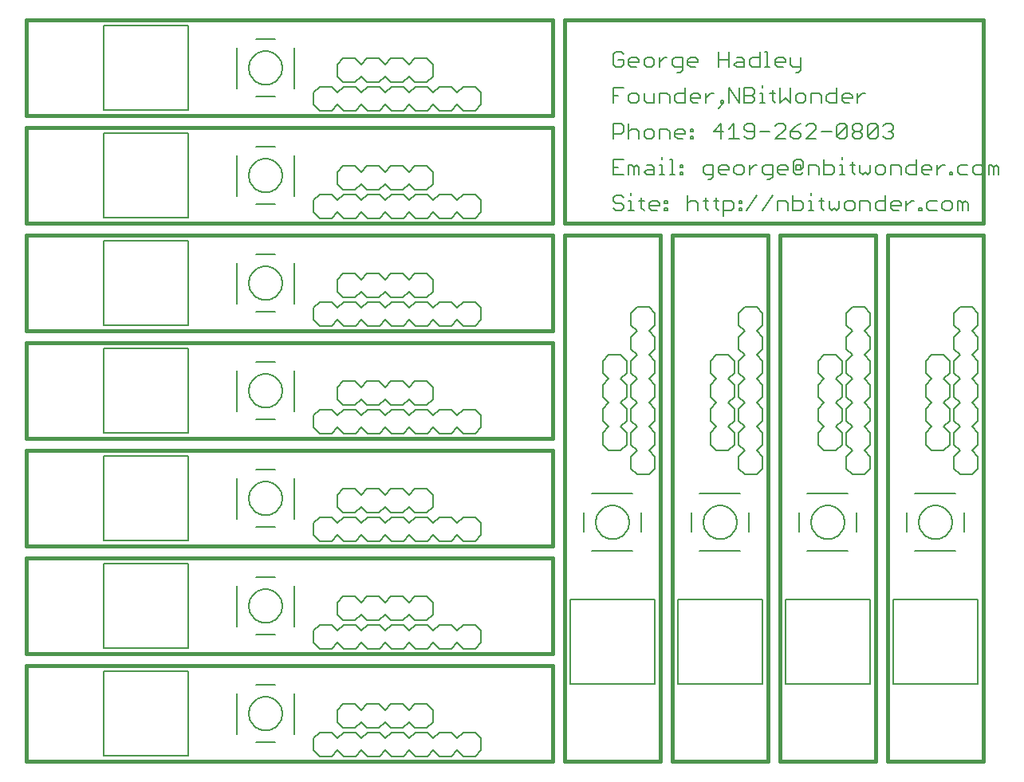
<source format=gto>
G75*
G70*
%OFA0B0*%
%FSLAX24Y24*%
%IPPOS*%
%LPD*%
%AMOC8*
5,1,8,0,0,1.08239X$1,22.5*
%
%ADD10C,0.0160*%
%ADD11C,0.0060*%
%ADD12C,0.0070*%
%ADD13C,0.0080*%
%ADD14C,0.0050*%
D10*
X000181Y000181D02*
X022181Y000181D01*
X022181Y004181D01*
X000181Y004181D01*
X000181Y000181D01*
X000181Y004681D02*
X022181Y004681D01*
X022181Y008681D01*
X000181Y008681D01*
X000181Y004681D01*
X000181Y009181D02*
X022181Y009181D01*
X022181Y013181D01*
X000181Y013181D01*
X000181Y009181D01*
X000181Y013681D02*
X000181Y017681D01*
X022181Y017681D01*
X022181Y013681D01*
X000181Y013681D01*
X000181Y018181D02*
X022181Y018181D01*
X022181Y022181D01*
X000181Y022181D01*
X000181Y018181D01*
X000181Y022681D02*
X022181Y022681D01*
X022181Y026681D01*
X000181Y026681D01*
X000181Y022681D01*
X000181Y027181D02*
X022181Y027181D01*
X022181Y031181D01*
X000181Y031181D01*
X000181Y027181D01*
X022681Y031181D02*
X022681Y022681D01*
X040181Y022681D01*
X040181Y031181D01*
X022681Y031181D01*
X022681Y022181D02*
X022681Y000181D01*
X026681Y000181D01*
X026681Y022181D01*
X022681Y022181D01*
X027181Y022181D02*
X031181Y022181D01*
X031181Y000181D01*
X027181Y000181D01*
X027181Y022181D01*
X031681Y022181D02*
X035681Y022181D01*
X035681Y000181D01*
X031681Y000181D01*
X031681Y022181D01*
X036181Y022181D02*
X036181Y000181D01*
X040181Y000181D01*
X040181Y022181D01*
X036181Y022181D01*
D11*
X036095Y023211D02*
X035775Y023211D01*
X035668Y023318D01*
X035668Y023532D01*
X035775Y023638D01*
X036095Y023638D01*
X036095Y023852D02*
X036095Y023211D01*
X036313Y023318D02*
X036313Y023532D01*
X036420Y023638D01*
X036633Y023638D01*
X036740Y023532D01*
X036740Y023425D01*
X036313Y023425D01*
X036313Y023318D02*
X036420Y023211D01*
X036633Y023211D01*
X036957Y023211D02*
X036957Y023638D01*
X036957Y023425D02*
X037171Y023638D01*
X037278Y023638D01*
X037494Y023318D02*
X037601Y023318D01*
X037601Y023211D01*
X037494Y023211D01*
X037494Y023318D01*
X037817Y023318D02*
X037817Y023532D01*
X037923Y023638D01*
X038244Y023638D01*
X038461Y023532D02*
X038461Y023318D01*
X038568Y023211D01*
X038781Y023211D01*
X038888Y023318D01*
X038888Y023532D01*
X038781Y023638D01*
X038568Y023638D01*
X038461Y023532D01*
X038244Y023211D02*
X037923Y023211D01*
X037817Y023318D01*
X039106Y023211D02*
X039106Y023638D01*
X039213Y023638D01*
X039319Y023532D01*
X039426Y023638D01*
X039533Y023532D01*
X039533Y023211D01*
X039319Y023211D02*
X039319Y023532D01*
X035451Y023532D02*
X035451Y023211D01*
X035451Y023532D02*
X035344Y023638D01*
X035024Y023638D01*
X035024Y023211D01*
X034806Y023318D02*
X034806Y023532D01*
X034700Y023638D01*
X034486Y023638D01*
X034379Y023532D01*
X034379Y023318D01*
X034486Y023211D01*
X034700Y023211D01*
X034806Y023318D01*
X034162Y023318D02*
X034162Y023638D01*
X034162Y023318D02*
X034055Y023211D01*
X033948Y023318D01*
X033841Y023211D01*
X033735Y023318D01*
X033735Y023638D01*
X033519Y023638D02*
X033305Y023638D01*
X033412Y023745D02*
X033412Y023318D01*
X033519Y023211D01*
X033089Y023211D02*
X032875Y023211D01*
X032982Y023211D02*
X032982Y023638D01*
X032875Y023638D01*
X032982Y023852D02*
X032982Y023959D01*
X032658Y023532D02*
X032551Y023638D01*
X032231Y023638D01*
X032231Y023852D02*
X032231Y023211D01*
X032551Y023211D01*
X032658Y023318D01*
X032658Y023532D01*
X032013Y023532D02*
X032013Y023211D01*
X032013Y023532D02*
X031907Y023638D01*
X031586Y023638D01*
X031586Y023211D01*
X030942Y023211D02*
X031369Y023852D01*
X030724Y023852D02*
X030297Y023211D01*
X030082Y023211D02*
X029975Y023211D01*
X029975Y023318D01*
X030082Y023318D01*
X030082Y023211D01*
X030082Y023532D02*
X029975Y023532D01*
X029975Y023638D01*
X030082Y023638D01*
X030082Y023532D01*
X029758Y023532D02*
X029758Y023318D01*
X029651Y023211D01*
X029331Y023211D01*
X029331Y022998D02*
X029331Y023638D01*
X029651Y023638D01*
X029758Y023532D01*
X029114Y023638D02*
X028901Y023638D01*
X029008Y023745D02*
X029008Y023318D01*
X029114Y023211D01*
X028685Y023211D02*
X028578Y023318D01*
X028578Y023745D01*
X028471Y023638D02*
X028685Y023638D01*
X028254Y023532D02*
X028254Y023211D01*
X028254Y023532D02*
X028147Y023638D01*
X027933Y023638D01*
X027827Y023532D01*
X027827Y023852D02*
X027827Y023211D01*
X026967Y023211D02*
X026860Y023211D01*
X026860Y023318D01*
X026967Y023318D01*
X026967Y023211D01*
X026967Y023532D02*
X026860Y023532D01*
X026860Y023638D01*
X026967Y023638D01*
X026967Y023532D01*
X026642Y023532D02*
X026642Y023425D01*
X026215Y023425D01*
X026215Y023318D02*
X026215Y023532D01*
X026322Y023638D01*
X026536Y023638D01*
X026642Y023532D01*
X026536Y023211D02*
X026322Y023211D01*
X026215Y023318D01*
X025999Y023211D02*
X025892Y023318D01*
X025892Y023745D01*
X025786Y023638D02*
X025999Y023638D01*
X025463Y023638D02*
X025463Y023211D01*
X025569Y023211D02*
X025356Y023211D01*
X025138Y023318D02*
X025032Y023211D01*
X024818Y023211D01*
X024711Y023318D01*
X024818Y023532D02*
X025032Y023532D01*
X025138Y023425D01*
X025138Y023318D01*
X024818Y023532D02*
X024711Y023638D01*
X024711Y023745D01*
X024818Y023852D01*
X025032Y023852D01*
X025138Y023745D01*
X025356Y023638D02*
X025463Y023638D01*
X025463Y023852D02*
X025463Y023959D01*
X029116Y027498D02*
X029329Y027711D01*
X029222Y027711D01*
X029222Y027818D01*
X029329Y027818D01*
X029329Y027711D01*
X029545Y027711D02*
X029545Y028352D01*
X029972Y027711D01*
X029972Y028352D01*
X030190Y028352D02*
X030510Y028352D01*
X030617Y028245D01*
X030617Y028138D01*
X030510Y028032D01*
X030190Y028032D01*
X030190Y028352D02*
X030190Y027711D01*
X030510Y027711D01*
X030617Y027818D01*
X030617Y027925D01*
X030510Y028032D01*
X030834Y028138D02*
X030941Y028138D01*
X030941Y027711D01*
X030834Y027711D02*
X031048Y027711D01*
X031371Y027818D02*
X031478Y027711D01*
X031371Y027818D02*
X031371Y028245D01*
X031264Y028138D02*
X031478Y028138D01*
X031694Y028352D02*
X031694Y027711D01*
X031907Y027925D01*
X032121Y027711D01*
X032121Y028352D01*
X032338Y028032D02*
X032338Y027818D01*
X032445Y027711D01*
X032659Y027711D01*
X032765Y027818D01*
X032765Y028032D01*
X032659Y028138D01*
X032445Y028138D01*
X032338Y028032D01*
X032983Y028138D02*
X032983Y027711D01*
X033410Y027711D02*
X033410Y028032D01*
X033303Y028138D01*
X032983Y028138D01*
X033627Y028032D02*
X033627Y027818D01*
X033734Y027711D01*
X034054Y027711D01*
X034054Y028352D01*
X034054Y028138D02*
X033734Y028138D01*
X033627Y028032D01*
X034272Y028032D02*
X034272Y027818D01*
X034379Y027711D01*
X034592Y027711D01*
X034699Y027925D02*
X034272Y027925D01*
X034272Y028032D02*
X034379Y028138D01*
X034592Y028138D01*
X034699Y028032D01*
X034699Y027925D01*
X034916Y027925D02*
X035130Y028138D01*
X035237Y028138D01*
X034916Y028138D02*
X034916Y027711D01*
X032550Y029105D02*
X032550Y029638D01*
X032123Y029638D02*
X032123Y029318D01*
X032230Y029211D01*
X032550Y029211D01*
X032550Y029105D02*
X032444Y028998D01*
X032337Y028998D01*
X031906Y029425D02*
X031479Y029425D01*
X031479Y029318D02*
X031479Y029532D01*
X031586Y029638D01*
X031799Y029638D01*
X031906Y029532D01*
X031906Y029425D01*
X031799Y029211D02*
X031586Y029211D01*
X031479Y029318D01*
X031263Y029211D02*
X031049Y029211D01*
X031156Y029211D02*
X031156Y029852D01*
X031049Y029852D01*
X030832Y029852D02*
X030832Y029211D01*
X030511Y029211D01*
X030405Y029318D01*
X030405Y029532D01*
X030511Y029638D01*
X030832Y029638D01*
X030187Y029532D02*
X030187Y029211D01*
X029867Y029211D01*
X029760Y029318D01*
X029867Y029425D01*
X030187Y029425D01*
X030187Y029532D02*
X030080Y029638D01*
X029867Y029638D01*
X029543Y029532D02*
X029116Y029532D01*
X029116Y029852D02*
X029116Y029211D01*
X029543Y029211D02*
X029543Y029852D01*
X028254Y029532D02*
X028254Y029425D01*
X027827Y029425D01*
X027827Y029318D02*
X027827Y029532D01*
X027933Y029638D01*
X028147Y029638D01*
X028254Y029532D01*
X028147Y029211D02*
X027933Y029211D01*
X027827Y029318D01*
X027609Y029211D02*
X027289Y029211D01*
X027182Y029318D01*
X027182Y029532D01*
X027289Y029638D01*
X027609Y029638D01*
X027609Y029105D01*
X027502Y028998D01*
X027396Y028998D01*
X026645Y029211D02*
X026645Y029638D01*
X026645Y029425D02*
X026859Y029638D01*
X026965Y029638D01*
X026427Y029532D02*
X026427Y029318D01*
X026321Y029211D01*
X026107Y029211D01*
X026000Y029318D01*
X026000Y029532D01*
X026107Y029638D01*
X026321Y029638D01*
X026427Y029532D01*
X025783Y029532D02*
X025783Y029425D01*
X025356Y029425D01*
X025356Y029318D02*
X025356Y029532D01*
X025463Y029638D01*
X025676Y029638D01*
X025783Y029532D01*
X025676Y029211D02*
X025463Y029211D01*
X025356Y029318D01*
X025138Y029318D02*
X025138Y029532D01*
X024925Y029532D01*
X025138Y029745D02*
X025032Y029852D01*
X024818Y029852D01*
X024711Y029745D01*
X024711Y029318D01*
X024818Y029211D01*
X025032Y029211D01*
X025138Y029318D01*
X025138Y028352D02*
X024711Y028352D01*
X024711Y027711D01*
X024711Y028032D02*
X024925Y028032D01*
X025356Y028032D02*
X025356Y027818D01*
X025463Y027711D01*
X025676Y027711D01*
X025783Y027818D01*
X025783Y028032D01*
X025676Y028138D01*
X025463Y028138D01*
X025356Y028032D01*
X026000Y028138D02*
X026000Y027818D01*
X026107Y027711D01*
X026427Y027711D01*
X026427Y028138D01*
X026645Y028138D02*
X026645Y027711D01*
X027072Y027711D02*
X027072Y028032D01*
X026965Y028138D01*
X026645Y028138D01*
X027290Y028032D02*
X027290Y027818D01*
X027396Y027711D01*
X027717Y027711D01*
X027717Y028352D01*
X027717Y028138D02*
X027396Y028138D01*
X027290Y028032D01*
X027934Y028032D02*
X027934Y027818D01*
X028041Y027711D01*
X028254Y027711D01*
X028361Y027925D02*
X027934Y027925D01*
X027934Y028032D02*
X028041Y028138D01*
X028254Y028138D01*
X028361Y028032D01*
X028361Y027925D01*
X028579Y027925D02*
X028792Y028138D01*
X028899Y028138D01*
X028579Y028138D02*
X028579Y027711D01*
X030941Y028352D02*
X030941Y028459D01*
D12*
X030510Y026847D02*
X030300Y026847D01*
X030195Y026742D01*
X030195Y026637D01*
X030300Y026532D01*
X030615Y026532D01*
X030615Y026742D02*
X030615Y026321D01*
X030510Y026216D01*
X030300Y026216D01*
X030195Y026321D01*
X029971Y026216D02*
X029550Y026216D01*
X029761Y026216D02*
X029761Y026847D01*
X029550Y026637D01*
X029326Y026532D02*
X028906Y026532D01*
X029221Y026847D01*
X029221Y026216D01*
X029226Y025137D02*
X029436Y025137D01*
X029541Y025032D01*
X029541Y024927D01*
X029121Y024927D01*
X029121Y025032D02*
X029226Y025137D01*
X029121Y025032D02*
X029121Y024821D01*
X029226Y024716D01*
X029436Y024716D01*
X029765Y024821D02*
X029870Y024716D01*
X030080Y024716D01*
X030186Y024821D01*
X030186Y025032D01*
X030080Y025137D01*
X029870Y025137D01*
X029765Y025032D01*
X029765Y024821D01*
X030410Y024716D02*
X030410Y025137D01*
X030620Y025137D02*
X030725Y025137D01*
X030620Y025137D02*
X030410Y024927D01*
X030947Y025032D02*
X031052Y025137D01*
X031367Y025137D01*
X031367Y024611D01*
X031262Y024506D01*
X031157Y024506D01*
X031052Y024716D02*
X031367Y024716D01*
X031591Y024821D02*
X031591Y025032D01*
X031696Y025137D01*
X031907Y025137D01*
X032012Y025032D01*
X032012Y024927D01*
X031591Y024927D01*
X031591Y024821D02*
X031696Y024716D01*
X031907Y024716D01*
X032236Y024821D02*
X032236Y025242D01*
X032341Y025347D01*
X032551Y025347D01*
X032656Y025242D01*
X032656Y025032D01*
X032551Y024927D01*
X032551Y025137D01*
X032341Y025137D01*
X032341Y024927D01*
X032551Y024927D01*
X032656Y024821D02*
X032551Y024716D01*
X032341Y024716D01*
X032236Y024821D01*
X032880Y024716D02*
X032880Y025137D01*
X033196Y025137D01*
X033301Y025032D01*
X033301Y024716D01*
X033525Y024716D02*
X033840Y024716D01*
X033945Y024821D01*
X033945Y025032D01*
X033840Y025137D01*
X033525Y025137D01*
X033525Y025347D02*
X033525Y024716D01*
X034169Y024716D02*
X034380Y024716D01*
X034275Y024716D02*
X034275Y025137D01*
X034169Y025137D01*
X034275Y025347D02*
X034275Y025452D01*
X034599Y025137D02*
X034809Y025137D01*
X034704Y025242D02*
X034704Y024821D01*
X034809Y024716D01*
X035029Y024821D02*
X035134Y024716D01*
X035239Y024821D01*
X035344Y024716D01*
X035449Y024821D01*
X035449Y025137D01*
X035673Y025032D02*
X035673Y024821D01*
X035778Y024716D01*
X035989Y024716D01*
X036094Y024821D01*
X036094Y025032D01*
X035989Y025137D01*
X035778Y025137D01*
X035673Y025032D01*
X036318Y025137D02*
X036318Y024716D01*
X036738Y024716D02*
X036738Y025032D01*
X036633Y025137D01*
X036318Y025137D01*
X036962Y025032D02*
X037067Y025137D01*
X037383Y025137D01*
X037383Y025347D02*
X037383Y024716D01*
X037067Y024716D01*
X036962Y024821D01*
X036962Y025032D01*
X037607Y025032D02*
X037712Y025137D01*
X037922Y025137D01*
X038027Y025032D01*
X038027Y024927D01*
X037607Y024927D01*
X037607Y025032D02*
X037607Y024821D01*
X037712Y024716D01*
X037922Y024716D01*
X038251Y024716D02*
X038251Y025137D01*
X038251Y024927D02*
X038462Y025137D01*
X038567Y025137D01*
X038789Y024821D02*
X038894Y024821D01*
X038894Y024716D01*
X038789Y024716D01*
X038789Y024821D01*
X039111Y024821D02*
X039216Y024716D01*
X039531Y024716D01*
X039755Y024821D02*
X039860Y024716D01*
X040071Y024716D01*
X040176Y024821D01*
X040176Y025032D01*
X040071Y025137D01*
X039860Y025137D01*
X039755Y025032D01*
X039755Y024821D01*
X039531Y025137D02*
X039216Y025137D01*
X039111Y025032D01*
X039111Y024821D01*
X040400Y024716D02*
X040400Y025137D01*
X040505Y025137D01*
X040610Y025032D01*
X040715Y025137D01*
X040820Y025032D01*
X040820Y024716D01*
X040610Y024716D02*
X040610Y025032D01*
X036416Y026321D02*
X036311Y026216D01*
X036101Y026216D01*
X035996Y026321D01*
X035771Y026321D02*
X035666Y026216D01*
X035456Y026216D01*
X035351Y026321D01*
X035771Y026742D01*
X035771Y026321D01*
X035351Y026321D02*
X035351Y026742D01*
X035456Y026847D01*
X035666Y026847D01*
X035771Y026742D01*
X035996Y026742D02*
X036101Y026847D01*
X036311Y026847D01*
X036416Y026742D01*
X036416Y026637D01*
X036311Y026532D01*
X036416Y026427D01*
X036416Y026321D01*
X036311Y026532D02*
X036206Y026532D01*
X035127Y026637D02*
X035022Y026532D01*
X034812Y026532D01*
X034707Y026637D01*
X034707Y026742D01*
X034812Y026847D01*
X035022Y026847D01*
X035127Y026742D01*
X035127Y026637D01*
X035022Y026532D02*
X035127Y026427D01*
X035127Y026321D01*
X035022Y026216D01*
X034812Y026216D01*
X034707Y026321D01*
X034707Y026427D01*
X034812Y026532D01*
X034482Y026742D02*
X034482Y026321D01*
X034377Y026216D01*
X034167Y026216D01*
X034062Y026321D01*
X034482Y026742D01*
X034377Y026847D01*
X034167Y026847D01*
X034062Y026742D01*
X034062Y026321D01*
X033838Y026532D02*
X033418Y026532D01*
X033193Y026637D02*
X033193Y026742D01*
X033088Y026847D01*
X032878Y026847D01*
X032773Y026742D01*
X032549Y026847D02*
X032339Y026742D01*
X032128Y026532D01*
X032444Y026532D01*
X032549Y026427D01*
X032549Y026321D01*
X032444Y026216D01*
X032234Y026216D01*
X032128Y026321D01*
X032128Y026532D01*
X031904Y026637D02*
X031904Y026742D01*
X031799Y026847D01*
X031589Y026847D01*
X031484Y026742D01*
X031260Y026532D02*
X030839Y026532D01*
X030615Y026742D02*
X030510Y026847D01*
X031484Y026216D02*
X031904Y026637D01*
X031904Y026216D02*
X031484Y026216D01*
X032773Y026216D02*
X033193Y026637D01*
X033193Y026216D02*
X032773Y026216D01*
X030947Y025032D02*
X030947Y024821D01*
X031052Y024716D01*
X028896Y024716D02*
X028581Y024716D01*
X028476Y024821D01*
X028476Y025032D01*
X028581Y025137D01*
X028896Y025137D01*
X028896Y024611D01*
X028791Y024506D01*
X028686Y024506D01*
X027614Y024716D02*
X027509Y024716D01*
X027509Y024821D01*
X027614Y024821D01*
X027614Y024716D01*
X027614Y025032D02*
X027509Y025032D01*
X027509Y025137D01*
X027614Y025137D01*
X027614Y025032D01*
X027290Y024716D02*
X027080Y024716D01*
X027185Y024716D02*
X027185Y025347D01*
X027080Y025347D01*
X026755Y025347D02*
X026755Y025452D01*
X026755Y025137D02*
X026755Y024716D01*
X026650Y024716D02*
X026860Y024716D01*
X026426Y024716D02*
X026426Y025032D01*
X026321Y025137D01*
X026111Y025137D01*
X026111Y024927D02*
X026426Y024927D01*
X026426Y024716D02*
X026111Y024716D01*
X026005Y024821D01*
X026111Y024927D01*
X025781Y025032D02*
X025781Y024716D01*
X025571Y024716D02*
X025571Y025032D01*
X025676Y025137D01*
X025781Y025032D01*
X025571Y025032D02*
X025466Y025137D01*
X025361Y025137D01*
X025361Y024716D01*
X025137Y024716D02*
X024716Y024716D01*
X024716Y025347D01*
X025137Y025347D01*
X024927Y025032D02*
X024716Y025032D01*
X024716Y026216D02*
X024716Y026847D01*
X025032Y026847D01*
X025137Y026742D01*
X025137Y026532D01*
X025032Y026427D01*
X024716Y026427D01*
X025361Y026532D02*
X025466Y026637D01*
X025676Y026637D01*
X025781Y026532D01*
X025781Y026216D01*
X026005Y026321D02*
X026005Y026532D01*
X026111Y026637D01*
X026321Y026637D01*
X026426Y026532D01*
X026426Y026321D01*
X026321Y026216D01*
X026111Y026216D01*
X026005Y026321D01*
X025361Y026216D02*
X025361Y026847D01*
X026650Y026637D02*
X026650Y026216D01*
X027070Y026216D02*
X027070Y026532D01*
X026965Y026637D01*
X026650Y026637D01*
X027295Y026532D02*
X027295Y026321D01*
X027400Y026216D01*
X027610Y026216D01*
X027715Y026427D02*
X027295Y026427D01*
X027295Y026532D02*
X027400Y026637D01*
X027610Y026637D01*
X027715Y026532D01*
X027715Y026427D01*
X027939Y026532D02*
X027939Y026637D01*
X028044Y026637D01*
X028044Y026532D01*
X027939Y026532D01*
X027939Y026321D02*
X027939Y026216D01*
X028044Y026216D01*
X028044Y026321D01*
X027939Y026321D01*
X026755Y025137D02*
X026650Y025137D01*
X035029Y025137D02*
X035029Y024821D01*
D13*
X035211Y019183D02*
X034711Y019183D01*
X034461Y018933D01*
X034461Y018433D01*
X034711Y018183D01*
X034461Y017933D01*
X034461Y017433D01*
X034711Y017183D01*
X034461Y016933D01*
X034461Y016433D01*
X034711Y016183D01*
X034461Y015933D01*
X034461Y015433D01*
X034711Y015183D01*
X034461Y014933D01*
X034461Y014433D01*
X034711Y014183D01*
X034461Y013933D01*
X034461Y013433D01*
X034711Y013183D01*
X034461Y012933D01*
X034461Y012433D01*
X034711Y012183D01*
X035211Y012183D01*
X035461Y012433D01*
X035461Y012933D01*
X035211Y013183D01*
X035461Y013433D01*
X035461Y013933D01*
X035211Y014183D01*
X035461Y014433D01*
X035461Y014933D01*
X035211Y015183D01*
X035461Y015433D01*
X035461Y015933D01*
X035211Y016183D01*
X035461Y016433D01*
X035461Y016933D01*
X035211Y017183D01*
X035461Y017433D01*
X035461Y017933D01*
X035211Y018183D01*
X035461Y018433D01*
X035461Y018933D01*
X035211Y019183D01*
X034030Y017181D02*
X033530Y017181D01*
X033280Y016931D01*
X033280Y016431D01*
X033530Y016181D01*
X033280Y015931D01*
X033280Y015431D01*
X033530Y015181D01*
X033280Y014931D01*
X033280Y014431D01*
X033530Y014181D01*
X033280Y013931D01*
X033280Y013431D01*
X033530Y013181D01*
X034030Y013181D01*
X034280Y013431D01*
X034280Y013931D01*
X034030Y014181D01*
X034280Y014431D01*
X034280Y014931D01*
X034030Y015181D01*
X034280Y015431D01*
X034280Y015931D01*
X034030Y016181D01*
X034280Y016431D01*
X034280Y016931D01*
X034030Y017181D01*
X030961Y016933D02*
X030961Y016433D01*
X030711Y016183D01*
X030961Y015933D01*
X030961Y015433D01*
X030711Y015183D01*
X030961Y014933D01*
X030961Y014433D01*
X030711Y014183D01*
X030961Y013933D01*
X030961Y013433D01*
X030711Y013183D01*
X030961Y012933D01*
X030961Y012433D01*
X030711Y012183D01*
X030211Y012183D01*
X029961Y012433D01*
X029961Y012933D01*
X030211Y013183D01*
X029961Y013433D01*
X029961Y013933D01*
X030211Y014183D01*
X029961Y014433D01*
X029961Y014933D01*
X030211Y015183D01*
X029961Y015433D01*
X029961Y015933D01*
X030211Y016183D01*
X029961Y016433D01*
X029961Y016933D01*
X030211Y017183D01*
X029961Y017433D01*
X029961Y017933D01*
X030211Y018183D01*
X029961Y018433D01*
X029961Y018933D01*
X030211Y019183D01*
X030711Y019183D01*
X030961Y018933D01*
X030961Y018433D01*
X030711Y018183D01*
X030961Y017933D01*
X030961Y017433D01*
X030711Y017183D01*
X030961Y016933D01*
X029780Y016931D02*
X029780Y016431D01*
X029530Y016181D01*
X029780Y015931D01*
X029780Y015431D01*
X029530Y015181D01*
X029780Y014931D01*
X029780Y014431D01*
X029530Y014181D01*
X029780Y013931D01*
X029780Y013431D01*
X029530Y013181D01*
X029030Y013181D01*
X028780Y013431D01*
X028780Y013931D01*
X029030Y014181D01*
X028780Y014431D01*
X028780Y014931D01*
X029030Y015181D01*
X028780Y015431D01*
X028780Y015931D01*
X029030Y016181D01*
X028780Y016431D01*
X028780Y016931D01*
X029030Y017181D01*
X029530Y017181D01*
X029780Y016931D01*
X026461Y016933D02*
X026461Y016433D01*
X026211Y016183D01*
X026461Y015933D01*
X026461Y015433D01*
X026211Y015183D01*
X026461Y014933D01*
X026461Y014433D01*
X026211Y014183D01*
X026461Y013933D01*
X026461Y013433D01*
X026211Y013183D01*
X026461Y012933D01*
X026461Y012433D01*
X026211Y012183D01*
X025711Y012183D01*
X025461Y012433D01*
X025461Y012933D01*
X025711Y013183D01*
X025461Y013433D01*
X025461Y013933D01*
X025711Y014183D01*
X025461Y014433D01*
X025461Y014933D01*
X025711Y015183D01*
X025461Y015433D01*
X025461Y015933D01*
X025711Y016183D01*
X025461Y016433D01*
X025461Y016933D01*
X025711Y017183D01*
X025461Y017433D01*
X025461Y017933D01*
X025711Y018183D01*
X025461Y018433D01*
X025461Y018933D01*
X025711Y019183D01*
X026211Y019183D01*
X026461Y018933D01*
X026461Y018433D01*
X026211Y018183D01*
X026461Y017933D01*
X026461Y017433D01*
X026211Y017183D01*
X026461Y016933D01*
X025280Y016931D02*
X025280Y016431D01*
X025030Y016181D01*
X025280Y015931D01*
X025280Y015431D01*
X025030Y015181D01*
X025280Y014931D01*
X025280Y014431D01*
X025030Y014181D01*
X025280Y013931D01*
X025280Y013431D01*
X025030Y013181D01*
X024530Y013181D01*
X024280Y013431D01*
X024280Y013931D01*
X024530Y014181D01*
X024280Y014431D01*
X024280Y014931D01*
X024530Y015181D01*
X024280Y015431D01*
X024280Y015931D01*
X024530Y016181D01*
X024280Y016431D01*
X024280Y016931D01*
X024530Y017181D01*
X025030Y017181D01*
X025280Y016931D01*
X019183Y018652D02*
X019183Y019152D01*
X018933Y019402D01*
X018433Y019402D01*
X018183Y019152D01*
X017933Y019402D01*
X017433Y019402D01*
X017183Y019152D01*
X016933Y019402D01*
X016433Y019402D01*
X016183Y019152D01*
X015933Y019402D01*
X015433Y019402D01*
X015183Y019152D01*
X014933Y019402D01*
X014433Y019402D01*
X014183Y019152D01*
X013933Y019402D01*
X013433Y019402D01*
X013183Y019152D01*
X012933Y019402D01*
X012433Y019402D01*
X012183Y019152D01*
X012183Y018652D01*
X012433Y018402D01*
X012933Y018402D01*
X013183Y018652D01*
X013433Y018402D01*
X013933Y018402D01*
X014183Y018652D01*
X014433Y018402D01*
X014933Y018402D01*
X015183Y018652D01*
X015433Y018402D01*
X015933Y018402D01*
X016183Y018652D01*
X016433Y018402D01*
X016933Y018402D01*
X017183Y018652D01*
X017433Y018402D01*
X017933Y018402D01*
X018183Y018652D01*
X018433Y018402D01*
X018933Y018402D01*
X019183Y018652D01*
X017181Y019833D02*
X017181Y020333D01*
X016931Y020583D01*
X016431Y020583D01*
X016181Y020333D01*
X015931Y020583D01*
X015431Y020583D01*
X015181Y020333D01*
X014931Y020583D01*
X014431Y020583D01*
X014181Y020333D01*
X013931Y020583D01*
X013431Y020583D01*
X013181Y020333D01*
X013181Y019833D01*
X013431Y019583D01*
X013931Y019583D01*
X014181Y019833D01*
X014431Y019583D01*
X014931Y019583D01*
X015181Y019833D01*
X015431Y019583D01*
X015931Y019583D01*
X016181Y019833D01*
X016431Y019583D01*
X016931Y019583D01*
X017181Y019833D01*
X016933Y022902D02*
X016433Y022902D01*
X016183Y023152D01*
X015933Y022902D01*
X015433Y022902D01*
X015183Y023152D01*
X014933Y022902D01*
X014433Y022902D01*
X014183Y023152D01*
X013933Y022902D01*
X013433Y022902D01*
X013183Y023152D01*
X012933Y022902D01*
X012433Y022902D01*
X012183Y023152D01*
X012183Y023652D01*
X012433Y023902D01*
X012933Y023902D01*
X013183Y023652D01*
X013433Y023902D01*
X013933Y023902D01*
X014183Y023652D01*
X014433Y023902D01*
X014933Y023902D01*
X015183Y023652D01*
X015433Y023902D01*
X015933Y023902D01*
X016183Y023652D01*
X016433Y023902D01*
X016933Y023902D01*
X017183Y023652D01*
X017433Y023902D01*
X017933Y023902D01*
X018183Y023652D01*
X018433Y023902D01*
X018933Y023902D01*
X019183Y023652D01*
X019183Y023152D01*
X018933Y022902D01*
X018433Y022902D01*
X018183Y023152D01*
X017933Y022902D01*
X017433Y022902D01*
X017183Y023152D01*
X016933Y022902D01*
X016931Y024083D02*
X016431Y024083D01*
X016181Y024333D01*
X015931Y024083D01*
X015431Y024083D01*
X015181Y024333D01*
X014931Y024083D01*
X014431Y024083D01*
X014181Y024333D01*
X013931Y024083D01*
X013431Y024083D01*
X013181Y024333D01*
X013181Y024833D01*
X013431Y025083D01*
X013931Y025083D01*
X014181Y024833D01*
X014431Y025083D01*
X014931Y025083D01*
X015181Y024833D01*
X015431Y025083D01*
X015931Y025083D01*
X016181Y024833D01*
X016431Y025083D01*
X016931Y025083D01*
X017181Y024833D01*
X017181Y024333D01*
X016931Y024083D01*
X016933Y027402D02*
X016433Y027402D01*
X016183Y027652D01*
X015933Y027402D01*
X015433Y027402D01*
X015183Y027652D01*
X014933Y027402D01*
X014433Y027402D01*
X014183Y027652D01*
X013933Y027402D01*
X013433Y027402D01*
X013183Y027652D01*
X012933Y027402D01*
X012433Y027402D01*
X012183Y027652D01*
X012183Y028152D01*
X012433Y028402D01*
X012933Y028402D01*
X013183Y028152D01*
X013433Y028402D01*
X013933Y028402D01*
X014183Y028152D01*
X014433Y028402D01*
X014933Y028402D01*
X015183Y028152D01*
X015433Y028402D01*
X015933Y028402D01*
X016183Y028152D01*
X016433Y028402D01*
X016933Y028402D01*
X017183Y028152D01*
X017433Y028402D01*
X017933Y028402D01*
X018183Y028152D01*
X018433Y028402D01*
X018933Y028402D01*
X019183Y028152D01*
X019183Y027652D01*
X018933Y027402D01*
X018433Y027402D01*
X018183Y027652D01*
X017933Y027402D01*
X017433Y027402D01*
X017183Y027652D01*
X016933Y027402D01*
X016931Y028583D02*
X016431Y028583D01*
X016181Y028833D01*
X015931Y028583D01*
X015431Y028583D01*
X015181Y028833D01*
X014931Y028583D01*
X014431Y028583D01*
X014181Y028833D01*
X013931Y028583D01*
X013431Y028583D01*
X013181Y028833D01*
X013181Y029333D01*
X013431Y029583D01*
X013931Y029583D01*
X014181Y029333D01*
X014431Y029583D01*
X014931Y029583D01*
X015181Y029333D01*
X015431Y029583D01*
X015931Y029583D01*
X016181Y029333D01*
X016431Y029583D01*
X016931Y029583D01*
X017181Y029333D01*
X017181Y028833D01*
X016931Y028583D01*
X011381Y028331D02*
X011381Y030031D01*
X010581Y030381D02*
X009789Y030381D01*
X008981Y030031D02*
X008981Y028331D01*
X009777Y027981D02*
X010581Y027981D01*
X009481Y029181D02*
X009483Y029233D01*
X009489Y029285D01*
X009499Y029337D01*
X009512Y029387D01*
X009529Y029437D01*
X009550Y029485D01*
X009575Y029531D01*
X009603Y029575D01*
X009634Y029617D01*
X009668Y029657D01*
X009705Y029694D01*
X009745Y029728D01*
X009787Y029759D01*
X009831Y029787D01*
X009877Y029812D01*
X009925Y029833D01*
X009975Y029850D01*
X010025Y029863D01*
X010077Y029873D01*
X010129Y029879D01*
X010181Y029881D01*
X010233Y029879D01*
X010285Y029873D01*
X010337Y029863D01*
X010387Y029850D01*
X010437Y029833D01*
X010485Y029812D01*
X010531Y029787D01*
X010575Y029759D01*
X010617Y029728D01*
X010657Y029694D01*
X010694Y029657D01*
X010728Y029617D01*
X010759Y029575D01*
X010787Y029531D01*
X010812Y029485D01*
X010833Y029437D01*
X010850Y029387D01*
X010863Y029337D01*
X010873Y029285D01*
X010879Y029233D01*
X010881Y029181D01*
X010879Y029129D01*
X010873Y029077D01*
X010863Y029025D01*
X010850Y028975D01*
X010833Y028925D01*
X010812Y028877D01*
X010787Y028831D01*
X010759Y028787D01*
X010728Y028745D01*
X010694Y028705D01*
X010657Y028668D01*
X010617Y028634D01*
X010575Y028603D01*
X010531Y028575D01*
X010485Y028550D01*
X010437Y028529D01*
X010387Y028512D01*
X010337Y028499D01*
X010285Y028489D01*
X010233Y028483D01*
X010181Y028481D01*
X010129Y028483D01*
X010077Y028489D01*
X010025Y028499D01*
X009975Y028512D01*
X009925Y028529D01*
X009877Y028550D01*
X009831Y028575D01*
X009787Y028603D01*
X009745Y028634D01*
X009705Y028668D01*
X009668Y028705D01*
X009634Y028745D01*
X009603Y028787D01*
X009575Y028831D01*
X009550Y028877D01*
X009529Y028925D01*
X009512Y028975D01*
X009499Y029025D01*
X009489Y029077D01*
X009483Y029129D01*
X009481Y029181D01*
X009789Y025881D02*
X010581Y025881D01*
X011381Y025531D02*
X011381Y023831D01*
X010581Y023481D02*
X009777Y023481D01*
X008981Y023831D02*
X008981Y025531D01*
X009481Y024681D02*
X009483Y024733D01*
X009489Y024785D01*
X009499Y024837D01*
X009512Y024887D01*
X009529Y024937D01*
X009550Y024985D01*
X009575Y025031D01*
X009603Y025075D01*
X009634Y025117D01*
X009668Y025157D01*
X009705Y025194D01*
X009745Y025228D01*
X009787Y025259D01*
X009831Y025287D01*
X009877Y025312D01*
X009925Y025333D01*
X009975Y025350D01*
X010025Y025363D01*
X010077Y025373D01*
X010129Y025379D01*
X010181Y025381D01*
X010233Y025379D01*
X010285Y025373D01*
X010337Y025363D01*
X010387Y025350D01*
X010437Y025333D01*
X010485Y025312D01*
X010531Y025287D01*
X010575Y025259D01*
X010617Y025228D01*
X010657Y025194D01*
X010694Y025157D01*
X010728Y025117D01*
X010759Y025075D01*
X010787Y025031D01*
X010812Y024985D01*
X010833Y024937D01*
X010850Y024887D01*
X010863Y024837D01*
X010873Y024785D01*
X010879Y024733D01*
X010881Y024681D01*
X010879Y024629D01*
X010873Y024577D01*
X010863Y024525D01*
X010850Y024475D01*
X010833Y024425D01*
X010812Y024377D01*
X010787Y024331D01*
X010759Y024287D01*
X010728Y024245D01*
X010694Y024205D01*
X010657Y024168D01*
X010617Y024134D01*
X010575Y024103D01*
X010531Y024075D01*
X010485Y024050D01*
X010437Y024029D01*
X010387Y024012D01*
X010337Y023999D01*
X010285Y023989D01*
X010233Y023983D01*
X010181Y023981D01*
X010129Y023983D01*
X010077Y023989D01*
X010025Y023999D01*
X009975Y024012D01*
X009925Y024029D01*
X009877Y024050D01*
X009831Y024075D01*
X009787Y024103D01*
X009745Y024134D01*
X009705Y024168D01*
X009668Y024205D01*
X009634Y024245D01*
X009603Y024287D01*
X009575Y024331D01*
X009550Y024377D01*
X009529Y024425D01*
X009512Y024475D01*
X009499Y024525D01*
X009489Y024577D01*
X009483Y024629D01*
X009481Y024681D01*
X009789Y021381D02*
X010581Y021381D01*
X011381Y021031D02*
X011381Y019331D01*
X010581Y018981D02*
X009777Y018981D01*
X008981Y019331D02*
X008981Y021031D01*
X009481Y020181D02*
X009483Y020233D01*
X009489Y020285D01*
X009499Y020337D01*
X009512Y020387D01*
X009529Y020437D01*
X009550Y020485D01*
X009575Y020531D01*
X009603Y020575D01*
X009634Y020617D01*
X009668Y020657D01*
X009705Y020694D01*
X009745Y020728D01*
X009787Y020759D01*
X009831Y020787D01*
X009877Y020812D01*
X009925Y020833D01*
X009975Y020850D01*
X010025Y020863D01*
X010077Y020873D01*
X010129Y020879D01*
X010181Y020881D01*
X010233Y020879D01*
X010285Y020873D01*
X010337Y020863D01*
X010387Y020850D01*
X010437Y020833D01*
X010485Y020812D01*
X010531Y020787D01*
X010575Y020759D01*
X010617Y020728D01*
X010657Y020694D01*
X010694Y020657D01*
X010728Y020617D01*
X010759Y020575D01*
X010787Y020531D01*
X010812Y020485D01*
X010833Y020437D01*
X010850Y020387D01*
X010863Y020337D01*
X010873Y020285D01*
X010879Y020233D01*
X010881Y020181D01*
X010879Y020129D01*
X010873Y020077D01*
X010863Y020025D01*
X010850Y019975D01*
X010833Y019925D01*
X010812Y019877D01*
X010787Y019831D01*
X010759Y019787D01*
X010728Y019745D01*
X010694Y019705D01*
X010657Y019668D01*
X010617Y019634D01*
X010575Y019603D01*
X010531Y019575D01*
X010485Y019550D01*
X010437Y019529D01*
X010387Y019512D01*
X010337Y019499D01*
X010285Y019489D01*
X010233Y019483D01*
X010181Y019481D01*
X010129Y019483D01*
X010077Y019489D01*
X010025Y019499D01*
X009975Y019512D01*
X009925Y019529D01*
X009877Y019550D01*
X009831Y019575D01*
X009787Y019603D01*
X009745Y019634D01*
X009705Y019668D01*
X009668Y019705D01*
X009634Y019745D01*
X009603Y019787D01*
X009575Y019831D01*
X009550Y019877D01*
X009529Y019925D01*
X009512Y019975D01*
X009499Y020025D01*
X009489Y020077D01*
X009483Y020129D01*
X009481Y020181D01*
X009789Y016881D02*
X010581Y016881D01*
X011381Y016531D02*
X011381Y014831D01*
X012183Y014652D02*
X012183Y014152D01*
X012433Y013902D01*
X012933Y013902D01*
X013183Y014152D01*
X013433Y013902D01*
X013933Y013902D01*
X014183Y014152D01*
X014433Y013902D01*
X014933Y013902D01*
X015183Y014152D01*
X015433Y013902D01*
X015933Y013902D01*
X016183Y014152D01*
X016433Y013902D01*
X016933Y013902D01*
X017183Y014152D01*
X017433Y013902D01*
X017933Y013902D01*
X018183Y014152D01*
X018433Y013902D01*
X018933Y013902D01*
X019183Y014152D01*
X019183Y014652D01*
X018933Y014902D01*
X018433Y014902D01*
X018183Y014652D01*
X017933Y014902D01*
X017433Y014902D01*
X017183Y014652D01*
X016933Y014902D01*
X016433Y014902D01*
X016183Y014652D01*
X015933Y014902D01*
X015433Y014902D01*
X015183Y014652D01*
X014933Y014902D01*
X014433Y014902D01*
X014183Y014652D01*
X013933Y014902D01*
X013433Y014902D01*
X013183Y014652D01*
X012933Y014902D01*
X012433Y014902D01*
X012183Y014652D01*
X013181Y015333D02*
X013181Y015833D01*
X013431Y016083D01*
X013931Y016083D01*
X014181Y015833D01*
X014431Y016083D01*
X014931Y016083D01*
X015181Y015833D01*
X015431Y016083D01*
X015931Y016083D01*
X016181Y015833D01*
X016431Y016083D01*
X016931Y016083D01*
X017181Y015833D01*
X017181Y015333D01*
X016931Y015083D01*
X016431Y015083D01*
X016181Y015333D01*
X015931Y015083D01*
X015431Y015083D01*
X015181Y015333D01*
X014931Y015083D01*
X014431Y015083D01*
X014181Y015333D01*
X013931Y015083D01*
X013431Y015083D01*
X013181Y015333D01*
X010581Y014481D02*
X009777Y014481D01*
X008981Y014831D02*
X008981Y016531D01*
X009481Y015681D02*
X009483Y015733D01*
X009489Y015785D01*
X009499Y015837D01*
X009512Y015887D01*
X009529Y015937D01*
X009550Y015985D01*
X009575Y016031D01*
X009603Y016075D01*
X009634Y016117D01*
X009668Y016157D01*
X009705Y016194D01*
X009745Y016228D01*
X009787Y016259D01*
X009831Y016287D01*
X009877Y016312D01*
X009925Y016333D01*
X009975Y016350D01*
X010025Y016363D01*
X010077Y016373D01*
X010129Y016379D01*
X010181Y016381D01*
X010233Y016379D01*
X010285Y016373D01*
X010337Y016363D01*
X010387Y016350D01*
X010437Y016333D01*
X010485Y016312D01*
X010531Y016287D01*
X010575Y016259D01*
X010617Y016228D01*
X010657Y016194D01*
X010694Y016157D01*
X010728Y016117D01*
X010759Y016075D01*
X010787Y016031D01*
X010812Y015985D01*
X010833Y015937D01*
X010850Y015887D01*
X010863Y015837D01*
X010873Y015785D01*
X010879Y015733D01*
X010881Y015681D01*
X010879Y015629D01*
X010873Y015577D01*
X010863Y015525D01*
X010850Y015475D01*
X010833Y015425D01*
X010812Y015377D01*
X010787Y015331D01*
X010759Y015287D01*
X010728Y015245D01*
X010694Y015205D01*
X010657Y015168D01*
X010617Y015134D01*
X010575Y015103D01*
X010531Y015075D01*
X010485Y015050D01*
X010437Y015029D01*
X010387Y015012D01*
X010337Y014999D01*
X010285Y014989D01*
X010233Y014983D01*
X010181Y014981D01*
X010129Y014983D01*
X010077Y014989D01*
X010025Y014999D01*
X009975Y015012D01*
X009925Y015029D01*
X009877Y015050D01*
X009831Y015075D01*
X009787Y015103D01*
X009745Y015134D01*
X009705Y015168D01*
X009668Y015205D01*
X009634Y015245D01*
X009603Y015287D01*
X009575Y015331D01*
X009550Y015377D01*
X009529Y015425D01*
X009512Y015475D01*
X009499Y015525D01*
X009489Y015577D01*
X009483Y015629D01*
X009481Y015681D01*
X009789Y012381D02*
X010581Y012381D01*
X011381Y012031D02*
X011381Y010331D01*
X012183Y010152D02*
X012183Y009652D01*
X012433Y009402D01*
X012933Y009402D01*
X013183Y009652D01*
X013433Y009402D01*
X013933Y009402D01*
X014183Y009652D01*
X014433Y009402D01*
X014933Y009402D01*
X015183Y009652D01*
X015433Y009402D01*
X015933Y009402D01*
X016183Y009652D01*
X016433Y009402D01*
X016933Y009402D01*
X017183Y009652D01*
X017433Y009402D01*
X017933Y009402D01*
X018183Y009652D01*
X018433Y009402D01*
X018933Y009402D01*
X019183Y009652D01*
X019183Y010152D01*
X018933Y010402D01*
X018433Y010402D01*
X018183Y010152D01*
X017933Y010402D01*
X017433Y010402D01*
X017183Y010152D01*
X016933Y010402D01*
X016433Y010402D01*
X016183Y010152D01*
X015933Y010402D01*
X015433Y010402D01*
X015183Y010152D01*
X014933Y010402D01*
X014433Y010402D01*
X014183Y010152D01*
X013933Y010402D01*
X013433Y010402D01*
X013183Y010152D01*
X012933Y010402D01*
X012433Y010402D01*
X012183Y010152D01*
X013181Y010833D02*
X013181Y011333D01*
X013431Y011583D01*
X013931Y011583D01*
X014181Y011333D01*
X014431Y011583D01*
X014931Y011583D01*
X015181Y011333D01*
X015431Y011583D01*
X015931Y011583D01*
X016181Y011333D01*
X016431Y011583D01*
X016931Y011583D01*
X017181Y011333D01*
X017181Y010833D01*
X016931Y010583D01*
X016431Y010583D01*
X016181Y010833D01*
X015931Y010583D01*
X015431Y010583D01*
X015181Y010833D01*
X014931Y010583D01*
X014431Y010583D01*
X014181Y010833D01*
X013931Y010583D01*
X013431Y010583D01*
X013181Y010833D01*
X010581Y009981D02*
X009777Y009981D01*
X008981Y010331D02*
X008981Y012031D01*
X009481Y011181D02*
X009483Y011233D01*
X009489Y011285D01*
X009499Y011337D01*
X009512Y011387D01*
X009529Y011437D01*
X009550Y011485D01*
X009575Y011531D01*
X009603Y011575D01*
X009634Y011617D01*
X009668Y011657D01*
X009705Y011694D01*
X009745Y011728D01*
X009787Y011759D01*
X009831Y011787D01*
X009877Y011812D01*
X009925Y011833D01*
X009975Y011850D01*
X010025Y011863D01*
X010077Y011873D01*
X010129Y011879D01*
X010181Y011881D01*
X010233Y011879D01*
X010285Y011873D01*
X010337Y011863D01*
X010387Y011850D01*
X010437Y011833D01*
X010485Y011812D01*
X010531Y011787D01*
X010575Y011759D01*
X010617Y011728D01*
X010657Y011694D01*
X010694Y011657D01*
X010728Y011617D01*
X010759Y011575D01*
X010787Y011531D01*
X010812Y011485D01*
X010833Y011437D01*
X010850Y011387D01*
X010863Y011337D01*
X010873Y011285D01*
X010879Y011233D01*
X010881Y011181D01*
X010879Y011129D01*
X010873Y011077D01*
X010863Y011025D01*
X010850Y010975D01*
X010833Y010925D01*
X010812Y010877D01*
X010787Y010831D01*
X010759Y010787D01*
X010728Y010745D01*
X010694Y010705D01*
X010657Y010668D01*
X010617Y010634D01*
X010575Y010603D01*
X010531Y010575D01*
X010485Y010550D01*
X010437Y010529D01*
X010387Y010512D01*
X010337Y010499D01*
X010285Y010489D01*
X010233Y010483D01*
X010181Y010481D01*
X010129Y010483D01*
X010077Y010489D01*
X010025Y010499D01*
X009975Y010512D01*
X009925Y010529D01*
X009877Y010550D01*
X009831Y010575D01*
X009787Y010603D01*
X009745Y010634D01*
X009705Y010668D01*
X009668Y010705D01*
X009634Y010745D01*
X009603Y010787D01*
X009575Y010831D01*
X009550Y010877D01*
X009529Y010925D01*
X009512Y010975D01*
X009499Y011025D01*
X009489Y011077D01*
X009483Y011129D01*
X009481Y011181D01*
X009789Y007881D02*
X010581Y007881D01*
X011381Y007531D02*
X011381Y005831D01*
X012183Y005652D02*
X012183Y005152D01*
X012433Y004902D01*
X012933Y004902D01*
X013183Y005152D01*
X013433Y004902D01*
X013933Y004902D01*
X014183Y005152D01*
X014433Y004902D01*
X014933Y004902D01*
X015183Y005152D01*
X015433Y004902D01*
X015933Y004902D01*
X016183Y005152D01*
X016433Y004902D01*
X016933Y004902D01*
X017183Y005152D01*
X017433Y004902D01*
X017933Y004902D01*
X018183Y005152D01*
X018433Y004902D01*
X018933Y004902D01*
X019183Y005152D01*
X019183Y005652D01*
X018933Y005902D01*
X018433Y005902D01*
X018183Y005652D01*
X017933Y005902D01*
X017433Y005902D01*
X017183Y005652D01*
X016933Y005902D01*
X016433Y005902D01*
X016183Y005652D01*
X015933Y005902D01*
X015433Y005902D01*
X015183Y005652D01*
X014933Y005902D01*
X014433Y005902D01*
X014183Y005652D01*
X013933Y005902D01*
X013433Y005902D01*
X013183Y005652D01*
X012933Y005902D01*
X012433Y005902D01*
X012183Y005652D01*
X013181Y006333D02*
X013181Y006833D01*
X013431Y007083D01*
X013931Y007083D01*
X014181Y006833D01*
X014431Y007083D01*
X014931Y007083D01*
X015181Y006833D01*
X015431Y007083D01*
X015931Y007083D01*
X016181Y006833D01*
X016431Y007083D01*
X016931Y007083D01*
X017181Y006833D01*
X017181Y006333D01*
X016931Y006083D01*
X016431Y006083D01*
X016181Y006333D01*
X015931Y006083D01*
X015431Y006083D01*
X015181Y006333D01*
X014931Y006083D01*
X014431Y006083D01*
X014181Y006333D01*
X013931Y006083D01*
X013431Y006083D01*
X013181Y006333D01*
X010581Y005481D02*
X009777Y005481D01*
X008981Y005831D02*
X008981Y007531D01*
X009481Y006681D02*
X009483Y006733D01*
X009489Y006785D01*
X009499Y006837D01*
X009512Y006887D01*
X009529Y006937D01*
X009550Y006985D01*
X009575Y007031D01*
X009603Y007075D01*
X009634Y007117D01*
X009668Y007157D01*
X009705Y007194D01*
X009745Y007228D01*
X009787Y007259D01*
X009831Y007287D01*
X009877Y007312D01*
X009925Y007333D01*
X009975Y007350D01*
X010025Y007363D01*
X010077Y007373D01*
X010129Y007379D01*
X010181Y007381D01*
X010233Y007379D01*
X010285Y007373D01*
X010337Y007363D01*
X010387Y007350D01*
X010437Y007333D01*
X010485Y007312D01*
X010531Y007287D01*
X010575Y007259D01*
X010617Y007228D01*
X010657Y007194D01*
X010694Y007157D01*
X010728Y007117D01*
X010759Y007075D01*
X010787Y007031D01*
X010812Y006985D01*
X010833Y006937D01*
X010850Y006887D01*
X010863Y006837D01*
X010873Y006785D01*
X010879Y006733D01*
X010881Y006681D01*
X010879Y006629D01*
X010873Y006577D01*
X010863Y006525D01*
X010850Y006475D01*
X010833Y006425D01*
X010812Y006377D01*
X010787Y006331D01*
X010759Y006287D01*
X010728Y006245D01*
X010694Y006205D01*
X010657Y006168D01*
X010617Y006134D01*
X010575Y006103D01*
X010531Y006075D01*
X010485Y006050D01*
X010437Y006029D01*
X010387Y006012D01*
X010337Y005999D01*
X010285Y005989D01*
X010233Y005983D01*
X010181Y005981D01*
X010129Y005983D01*
X010077Y005989D01*
X010025Y005999D01*
X009975Y006012D01*
X009925Y006029D01*
X009877Y006050D01*
X009831Y006075D01*
X009787Y006103D01*
X009745Y006134D01*
X009705Y006168D01*
X009668Y006205D01*
X009634Y006245D01*
X009603Y006287D01*
X009575Y006331D01*
X009550Y006377D01*
X009529Y006425D01*
X009512Y006475D01*
X009499Y006525D01*
X009489Y006577D01*
X009483Y006629D01*
X009481Y006681D01*
X009789Y003381D02*
X010581Y003381D01*
X011381Y003031D02*
X011381Y001331D01*
X012183Y001152D02*
X012183Y000652D01*
X012433Y000402D01*
X012933Y000402D01*
X013183Y000652D01*
X013433Y000402D01*
X013933Y000402D01*
X014183Y000652D01*
X014433Y000402D01*
X014933Y000402D01*
X015183Y000652D01*
X015433Y000402D01*
X015933Y000402D01*
X016183Y000652D01*
X016433Y000402D01*
X016933Y000402D01*
X017183Y000652D01*
X017433Y000402D01*
X017933Y000402D01*
X018183Y000652D01*
X018433Y000402D01*
X018933Y000402D01*
X019183Y000652D01*
X019183Y001152D01*
X018933Y001402D01*
X018433Y001402D01*
X018183Y001152D01*
X017933Y001402D01*
X017433Y001402D01*
X017183Y001152D01*
X016933Y001402D01*
X016433Y001402D01*
X016183Y001152D01*
X015933Y001402D01*
X015433Y001402D01*
X015183Y001152D01*
X014933Y001402D01*
X014433Y001402D01*
X014183Y001152D01*
X013933Y001402D01*
X013433Y001402D01*
X013183Y001152D01*
X012933Y001402D01*
X012433Y001402D01*
X012183Y001152D01*
X013181Y001833D02*
X013181Y002333D01*
X013431Y002583D01*
X013931Y002583D01*
X014181Y002333D01*
X014431Y002583D01*
X014931Y002583D01*
X015181Y002333D01*
X015431Y002583D01*
X015931Y002583D01*
X016181Y002333D01*
X016431Y002583D01*
X016931Y002583D01*
X017181Y002333D01*
X017181Y001833D01*
X016931Y001583D01*
X016431Y001583D01*
X016181Y001833D01*
X015931Y001583D01*
X015431Y001583D01*
X015181Y001833D01*
X014931Y001583D01*
X014431Y001583D01*
X014181Y001833D01*
X013931Y001583D01*
X013431Y001583D01*
X013181Y001833D01*
X010581Y000981D02*
X009777Y000981D01*
X008981Y001331D02*
X008981Y003031D01*
X009481Y002181D02*
X009483Y002233D01*
X009489Y002285D01*
X009499Y002337D01*
X009512Y002387D01*
X009529Y002437D01*
X009550Y002485D01*
X009575Y002531D01*
X009603Y002575D01*
X009634Y002617D01*
X009668Y002657D01*
X009705Y002694D01*
X009745Y002728D01*
X009787Y002759D01*
X009831Y002787D01*
X009877Y002812D01*
X009925Y002833D01*
X009975Y002850D01*
X010025Y002863D01*
X010077Y002873D01*
X010129Y002879D01*
X010181Y002881D01*
X010233Y002879D01*
X010285Y002873D01*
X010337Y002863D01*
X010387Y002850D01*
X010437Y002833D01*
X010485Y002812D01*
X010531Y002787D01*
X010575Y002759D01*
X010617Y002728D01*
X010657Y002694D01*
X010694Y002657D01*
X010728Y002617D01*
X010759Y002575D01*
X010787Y002531D01*
X010812Y002485D01*
X010833Y002437D01*
X010850Y002387D01*
X010863Y002337D01*
X010873Y002285D01*
X010879Y002233D01*
X010881Y002181D01*
X010879Y002129D01*
X010873Y002077D01*
X010863Y002025D01*
X010850Y001975D01*
X010833Y001925D01*
X010812Y001877D01*
X010787Y001831D01*
X010759Y001787D01*
X010728Y001745D01*
X010694Y001705D01*
X010657Y001668D01*
X010617Y001634D01*
X010575Y001603D01*
X010531Y001575D01*
X010485Y001550D01*
X010437Y001529D01*
X010387Y001512D01*
X010337Y001499D01*
X010285Y001489D01*
X010233Y001483D01*
X010181Y001481D01*
X010129Y001483D01*
X010077Y001489D01*
X010025Y001499D01*
X009975Y001512D01*
X009925Y001529D01*
X009877Y001550D01*
X009831Y001575D01*
X009787Y001603D01*
X009745Y001634D01*
X009705Y001668D01*
X009668Y001705D01*
X009634Y001745D01*
X009603Y001787D01*
X009575Y001831D01*
X009550Y001877D01*
X009529Y001925D01*
X009512Y001975D01*
X009499Y002025D01*
X009489Y002077D01*
X009483Y002129D01*
X009481Y002181D01*
X023481Y009789D02*
X023481Y010581D01*
X023831Y011381D02*
X025531Y011381D01*
X025881Y010581D02*
X025881Y009777D01*
X025531Y008981D02*
X023831Y008981D01*
X023981Y010181D02*
X023983Y010233D01*
X023989Y010285D01*
X023999Y010337D01*
X024012Y010387D01*
X024029Y010437D01*
X024050Y010485D01*
X024075Y010531D01*
X024103Y010575D01*
X024134Y010617D01*
X024168Y010657D01*
X024205Y010694D01*
X024245Y010728D01*
X024287Y010759D01*
X024331Y010787D01*
X024377Y010812D01*
X024425Y010833D01*
X024475Y010850D01*
X024525Y010863D01*
X024577Y010873D01*
X024629Y010879D01*
X024681Y010881D01*
X024733Y010879D01*
X024785Y010873D01*
X024837Y010863D01*
X024887Y010850D01*
X024937Y010833D01*
X024985Y010812D01*
X025031Y010787D01*
X025075Y010759D01*
X025117Y010728D01*
X025157Y010694D01*
X025194Y010657D01*
X025228Y010617D01*
X025259Y010575D01*
X025287Y010531D01*
X025312Y010485D01*
X025333Y010437D01*
X025350Y010387D01*
X025363Y010337D01*
X025373Y010285D01*
X025379Y010233D01*
X025381Y010181D01*
X025379Y010129D01*
X025373Y010077D01*
X025363Y010025D01*
X025350Y009975D01*
X025333Y009925D01*
X025312Y009877D01*
X025287Y009831D01*
X025259Y009787D01*
X025228Y009745D01*
X025194Y009705D01*
X025157Y009668D01*
X025117Y009634D01*
X025075Y009603D01*
X025031Y009575D01*
X024985Y009550D01*
X024937Y009529D01*
X024887Y009512D01*
X024837Y009499D01*
X024785Y009489D01*
X024733Y009483D01*
X024681Y009481D01*
X024629Y009483D01*
X024577Y009489D01*
X024525Y009499D01*
X024475Y009512D01*
X024425Y009529D01*
X024377Y009550D01*
X024331Y009575D01*
X024287Y009603D01*
X024245Y009634D01*
X024205Y009668D01*
X024168Y009705D01*
X024134Y009745D01*
X024103Y009787D01*
X024075Y009831D01*
X024050Y009877D01*
X024029Y009925D01*
X024012Y009975D01*
X023999Y010025D01*
X023989Y010077D01*
X023983Y010129D01*
X023981Y010181D01*
X027981Y009789D02*
X027981Y010581D01*
X028331Y011381D02*
X030031Y011381D01*
X030381Y010581D02*
X030381Y009777D01*
X030031Y008981D02*
X028331Y008981D01*
X028481Y010181D02*
X028483Y010233D01*
X028489Y010285D01*
X028499Y010337D01*
X028512Y010387D01*
X028529Y010437D01*
X028550Y010485D01*
X028575Y010531D01*
X028603Y010575D01*
X028634Y010617D01*
X028668Y010657D01*
X028705Y010694D01*
X028745Y010728D01*
X028787Y010759D01*
X028831Y010787D01*
X028877Y010812D01*
X028925Y010833D01*
X028975Y010850D01*
X029025Y010863D01*
X029077Y010873D01*
X029129Y010879D01*
X029181Y010881D01*
X029233Y010879D01*
X029285Y010873D01*
X029337Y010863D01*
X029387Y010850D01*
X029437Y010833D01*
X029485Y010812D01*
X029531Y010787D01*
X029575Y010759D01*
X029617Y010728D01*
X029657Y010694D01*
X029694Y010657D01*
X029728Y010617D01*
X029759Y010575D01*
X029787Y010531D01*
X029812Y010485D01*
X029833Y010437D01*
X029850Y010387D01*
X029863Y010337D01*
X029873Y010285D01*
X029879Y010233D01*
X029881Y010181D01*
X029879Y010129D01*
X029873Y010077D01*
X029863Y010025D01*
X029850Y009975D01*
X029833Y009925D01*
X029812Y009877D01*
X029787Y009831D01*
X029759Y009787D01*
X029728Y009745D01*
X029694Y009705D01*
X029657Y009668D01*
X029617Y009634D01*
X029575Y009603D01*
X029531Y009575D01*
X029485Y009550D01*
X029437Y009529D01*
X029387Y009512D01*
X029337Y009499D01*
X029285Y009489D01*
X029233Y009483D01*
X029181Y009481D01*
X029129Y009483D01*
X029077Y009489D01*
X029025Y009499D01*
X028975Y009512D01*
X028925Y009529D01*
X028877Y009550D01*
X028831Y009575D01*
X028787Y009603D01*
X028745Y009634D01*
X028705Y009668D01*
X028668Y009705D01*
X028634Y009745D01*
X028603Y009787D01*
X028575Y009831D01*
X028550Y009877D01*
X028529Y009925D01*
X028512Y009975D01*
X028499Y010025D01*
X028489Y010077D01*
X028483Y010129D01*
X028481Y010181D01*
X032481Y009789D02*
X032481Y010581D01*
X032831Y011381D02*
X034531Y011381D01*
X034881Y010581D02*
X034881Y009777D01*
X034531Y008981D02*
X032831Y008981D01*
X032981Y010181D02*
X032983Y010233D01*
X032989Y010285D01*
X032999Y010337D01*
X033012Y010387D01*
X033029Y010437D01*
X033050Y010485D01*
X033075Y010531D01*
X033103Y010575D01*
X033134Y010617D01*
X033168Y010657D01*
X033205Y010694D01*
X033245Y010728D01*
X033287Y010759D01*
X033331Y010787D01*
X033377Y010812D01*
X033425Y010833D01*
X033475Y010850D01*
X033525Y010863D01*
X033577Y010873D01*
X033629Y010879D01*
X033681Y010881D01*
X033733Y010879D01*
X033785Y010873D01*
X033837Y010863D01*
X033887Y010850D01*
X033937Y010833D01*
X033985Y010812D01*
X034031Y010787D01*
X034075Y010759D01*
X034117Y010728D01*
X034157Y010694D01*
X034194Y010657D01*
X034228Y010617D01*
X034259Y010575D01*
X034287Y010531D01*
X034312Y010485D01*
X034333Y010437D01*
X034350Y010387D01*
X034363Y010337D01*
X034373Y010285D01*
X034379Y010233D01*
X034381Y010181D01*
X034379Y010129D01*
X034373Y010077D01*
X034363Y010025D01*
X034350Y009975D01*
X034333Y009925D01*
X034312Y009877D01*
X034287Y009831D01*
X034259Y009787D01*
X034228Y009745D01*
X034194Y009705D01*
X034157Y009668D01*
X034117Y009634D01*
X034075Y009603D01*
X034031Y009575D01*
X033985Y009550D01*
X033937Y009529D01*
X033887Y009512D01*
X033837Y009499D01*
X033785Y009489D01*
X033733Y009483D01*
X033681Y009481D01*
X033629Y009483D01*
X033577Y009489D01*
X033525Y009499D01*
X033475Y009512D01*
X033425Y009529D01*
X033377Y009550D01*
X033331Y009575D01*
X033287Y009603D01*
X033245Y009634D01*
X033205Y009668D01*
X033168Y009705D01*
X033134Y009745D01*
X033103Y009787D01*
X033075Y009831D01*
X033050Y009877D01*
X033029Y009925D01*
X033012Y009975D01*
X032999Y010025D01*
X032989Y010077D01*
X032983Y010129D01*
X032981Y010181D01*
X036981Y009789D02*
X036981Y010581D01*
X037331Y011381D02*
X039031Y011381D01*
X039211Y012183D02*
X038961Y012433D01*
X038961Y012933D01*
X039211Y013183D01*
X038961Y013433D01*
X038961Y013933D01*
X039211Y014183D01*
X038961Y014433D01*
X038961Y014933D01*
X039211Y015183D01*
X038961Y015433D01*
X038961Y015933D01*
X039211Y016183D01*
X038961Y016433D01*
X038961Y016933D01*
X039211Y017183D01*
X038961Y017433D01*
X038961Y017933D01*
X039211Y018183D01*
X038961Y018433D01*
X038961Y018933D01*
X039211Y019183D01*
X039711Y019183D01*
X039961Y018933D01*
X039961Y018433D01*
X039711Y018183D01*
X039961Y017933D01*
X039961Y017433D01*
X039711Y017183D01*
X039961Y016933D01*
X039961Y016433D01*
X039711Y016183D01*
X039961Y015933D01*
X039961Y015433D01*
X039711Y015183D01*
X039961Y014933D01*
X039961Y014433D01*
X039711Y014183D01*
X039961Y013933D01*
X039961Y013433D01*
X039711Y013183D01*
X039961Y012933D01*
X039961Y012433D01*
X039711Y012183D01*
X039211Y012183D01*
X038530Y013181D02*
X038030Y013181D01*
X037780Y013431D01*
X037780Y013931D01*
X038030Y014181D01*
X037780Y014431D01*
X037780Y014931D01*
X038030Y015181D01*
X037780Y015431D01*
X037780Y015931D01*
X038030Y016181D01*
X037780Y016431D01*
X037780Y016931D01*
X038030Y017181D01*
X038530Y017181D01*
X038780Y016931D01*
X038780Y016431D01*
X038530Y016181D01*
X038780Y015931D01*
X038780Y015431D01*
X038530Y015181D01*
X038780Y014931D01*
X038780Y014431D01*
X038530Y014181D01*
X038780Y013931D01*
X038780Y013431D01*
X038530Y013181D01*
X039381Y010581D02*
X039381Y009777D01*
X039031Y008981D02*
X037331Y008981D01*
X037481Y010181D02*
X037483Y010233D01*
X037489Y010285D01*
X037499Y010337D01*
X037512Y010387D01*
X037529Y010437D01*
X037550Y010485D01*
X037575Y010531D01*
X037603Y010575D01*
X037634Y010617D01*
X037668Y010657D01*
X037705Y010694D01*
X037745Y010728D01*
X037787Y010759D01*
X037831Y010787D01*
X037877Y010812D01*
X037925Y010833D01*
X037975Y010850D01*
X038025Y010863D01*
X038077Y010873D01*
X038129Y010879D01*
X038181Y010881D01*
X038233Y010879D01*
X038285Y010873D01*
X038337Y010863D01*
X038387Y010850D01*
X038437Y010833D01*
X038485Y010812D01*
X038531Y010787D01*
X038575Y010759D01*
X038617Y010728D01*
X038657Y010694D01*
X038694Y010657D01*
X038728Y010617D01*
X038759Y010575D01*
X038787Y010531D01*
X038812Y010485D01*
X038833Y010437D01*
X038850Y010387D01*
X038863Y010337D01*
X038873Y010285D01*
X038879Y010233D01*
X038881Y010181D01*
X038879Y010129D01*
X038873Y010077D01*
X038863Y010025D01*
X038850Y009975D01*
X038833Y009925D01*
X038812Y009877D01*
X038787Y009831D01*
X038759Y009787D01*
X038728Y009745D01*
X038694Y009705D01*
X038657Y009668D01*
X038617Y009634D01*
X038575Y009603D01*
X038531Y009575D01*
X038485Y009550D01*
X038437Y009529D01*
X038387Y009512D01*
X038337Y009499D01*
X038285Y009489D01*
X038233Y009483D01*
X038181Y009481D01*
X038129Y009483D01*
X038077Y009489D01*
X038025Y009499D01*
X037975Y009512D01*
X037925Y009529D01*
X037877Y009550D01*
X037831Y009575D01*
X037787Y009603D01*
X037745Y009634D01*
X037705Y009668D01*
X037668Y009705D01*
X037634Y009745D01*
X037603Y009787D01*
X037575Y009831D01*
X037550Y009877D01*
X037529Y009925D01*
X037512Y009975D01*
X037499Y010025D01*
X037489Y010077D01*
X037483Y010129D01*
X037481Y010181D01*
D14*
X036410Y006953D02*
X036410Y003410D01*
X039953Y003410D01*
X039953Y006953D01*
X036410Y006953D01*
X035453Y006953D02*
X031910Y006953D01*
X031910Y003410D01*
X035453Y003410D01*
X035453Y006953D01*
X030953Y006953D02*
X027410Y006953D01*
X027410Y003410D01*
X030953Y003410D01*
X030953Y006953D01*
X026453Y006953D02*
X022910Y006953D01*
X022910Y003410D01*
X026453Y003410D01*
X026453Y006953D01*
X006953Y008453D02*
X006953Y004910D01*
X003410Y004910D01*
X003410Y008453D01*
X006953Y008453D01*
X006953Y009410D02*
X006953Y012953D01*
X003410Y012953D01*
X003410Y009410D01*
X006953Y009410D01*
X006953Y013910D02*
X003410Y013910D01*
X003410Y017453D01*
X006953Y017453D01*
X006953Y013910D01*
X006953Y018410D02*
X003410Y018410D01*
X003410Y021953D01*
X006953Y021953D01*
X006953Y018410D01*
X006953Y022910D02*
X003410Y022910D01*
X003410Y026453D01*
X006953Y026453D01*
X006953Y022910D01*
X006953Y027410D02*
X003410Y027410D01*
X003410Y030953D01*
X006953Y030953D01*
X006953Y027410D01*
X006953Y003953D02*
X003410Y003953D01*
X003410Y000410D01*
X006953Y000410D01*
X006953Y003953D01*
M02*

</source>
